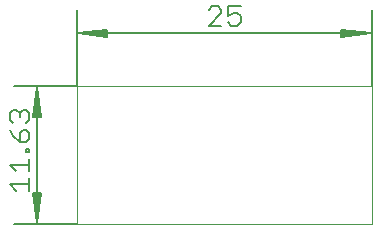
<source format=gko>
G75*
%MOIN*%
%OFA0B0*%
%FSLAX25Y25*%
%IPPOS*%
%LPD*%
%AMOC8*
5,1,8,0,0,1.08239X$1,22.5*
%
%ADD10C,0.00492*%
%ADD11C,0.00512*%
%ADD12C,0.00600*%
D10*
X0025883Y0012791D02*
X0124308Y0012791D01*
X0124308Y0058559D01*
X0025883Y0058559D01*
X0025883Y0012791D01*
D11*
X0004918Y0012791D01*
X0012595Y0013047D02*
X0013619Y0023028D01*
X0013852Y0023028D02*
X0011338Y0023028D01*
X0012595Y0013047D01*
X0011572Y0023028D01*
X0012083Y0023028D02*
X0012595Y0013047D01*
X0013107Y0023028D01*
X0013852Y0023028D02*
X0012595Y0013047D01*
X0012595Y0058303D01*
X0013619Y0048323D01*
X0013852Y0048323D02*
X0011338Y0048323D01*
X0012595Y0058303D01*
X0011572Y0048323D01*
X0012083Y0048323D02*
X0012595Y0058303D01*
X0013107Y0048323D01*
X0013852Y0048323D02*
X0012595Y0058303D01*
X0004918Y0058559D02*
X0025883Y0058559D01*
X0025883Y0083953D01*
X0026138Y0076276D02*
X0036119Y0077299D01*
X0036119Y0077532D02*
X0036119Y0075019D01*
X0026138Y0076276D01*
X0036119Y0075252D01*
X0036119Y0075764D02*
X0026138Y0076276D01*
X0036119Y0076787D01*
X0036119Y0077532D02*
X0026138Y0076276D01*
X0124052Y0076276D01*
X0114072Y0075252D01*
X0114072Y0075019D02*
X0124052Y0076276D01*
X0114072Y0077299D01*
X0114072Y0077532D02*
X0114072Y0075019D01*
X0114072Y0075764D02*
X0124052Y0076276D01*
X0114072Y0076787D01*
X0114072Y0077532D02*
X0124052Y0076276D01*
X0124308Y0083953D02*
X0124308Y0058559D01*
D12*
X0080523Y0079905D02*
X0079456Y0078837D01*
X0077321Y0078837D01*
X0076253Y0079905D01*
X0074078Y0078837D02*
X0069808Y0078837D01*
X0074078Y0083108D01*
X0074078Y0084175D01*
X0073010Y0085243D01*
X0070875Y0085243D01*
X0069808Y0084175D01*
X0076253Y0085243D02*
X0076253Y0082040D01*
X0078388Y0083108D01*
X0079456Y0083108D01*
X0080523Y0082040D01*
X0080523Y0079905D01*
X0080523Y0085243D02*
X0076253Y0085243D01*
X0010033Y0049543D02*
X0010033Y0047408D01*
X0008966Y0046340D01*
X0006831Y0048476D02*
X0006831Y0049543D01*
X0007898Y0050611D01*
X0008966Y0050611D01*
X0010033Y0049543D01*
X0006831Y0049543D02*
X0005763Y0050611D01*
X0004695Y0050611D01*
X0003628Y0049543D01*
X0003628Y0047408D01*
X0004695Y0046340D01*
X0003628Y0044165D02*
X0004695Y0042030D01*
X0006831Y0039895D01*
X0006831Y0043098D01*
X0007898Y0044165D01*
X0008966Y0044165D01*
X0010033Y0043098D01*
X0010033Y0040963D01*
X0008966Y0039895D01*
X0006831Y0039895D01*
X0008966Y0037740D02*
X0010033Y0037740D01*
X0010033Y0036672D01*
X0008966Y0036672D01*
X0008966Y0037740D01*
X0010033Y0034497D02*
X0010033Y0030227D01*
X0010033Y0032362D02*
X0003628Y0032362D01*
X0005763Y0030227D01*
X0010033Y0028052D02*
X0010033Y0023781D01*
X0010033Y0025916D02*
X0003628Y0025916D01*
X0005763Y0023781D01*
M02*

</source>
